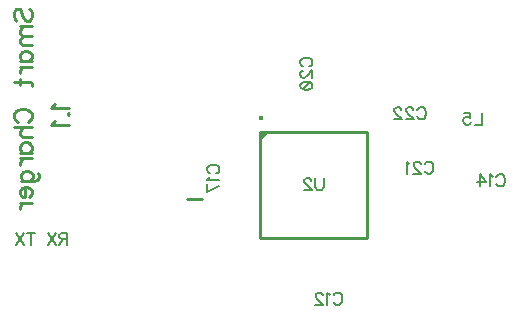
<source format=gbo>
G04 DipTrace 2.4.0.2*
%INusbcharger-bluetooth2.GBO*%
%MOIN*%
%ADD10C,0.0098*%
%ADD19C,0.0157*%
%ADD95C,0.0062*%
%ADD96C,0.0093*%
%FSLAX44Y44*%
G04*
G70*
G90*
G75*
G01*
%LNBotSilk*%
%LPD*%
X8057Y4149D2*
D10*
X8568D1*
X10517Y6403D2*
X14061D1*
Y2859D1*
X10517D1*
Y6403D1*
G36*
D2*
X10832D1*
X10517Y6088D1*
Y6403D1*
G37*
D19*
X10537Y6875D3*
X12952Y947D2*
D95*
X12971Y985D1*
X13010Y1023D1*
X13048Y1042D1*
X13124D1*
X13163Y1023D1*
X13201Y985D1*
X13220Y947D1*
X13239Y889D1*
Y794D1*
X13220Y737D1*
X13201Y698D1*
X13163Y660D1*
X13124Y641D1*
X13048D1*
X13010Y660D1*
X12971Y698D1*
X12952Y737D1*
X12829Y966D2*
X12790Y985D1*
X12733Y1042D1*
Y641D1*
X12590Y947D2*
Y966D1*
X12571Y1004D1*
X12552Y1023D1*
X12513Y1042D1*
X12437D1*
X12399Y1023D1*
X12380Y1004D1*
X12360Y966D1*
Y928D1*
X12380Y889D1*
X12418Y832D1*
X12609Y641D1*
X12341D1*
X18381Y4884D2*
X18400Y4923D1*
X18439Y4961D1*
X18477Y4980D1*
X18553D1*
X18592Y4961D1*
X18630Y4923D1*
X18649Y4884D1*
X18668Y4827D1*
Y4731D1*
X18649Y4674D1*
X18630Y4636D1*
X18592Y4598D1*
X18553Y4578D1*
X18477D1*
X18439Y4598D1*
X18400Y4636D1*
X18381Y4674D1*
X18258Y4903D2*
X18219Y4923D1*
X18162Y4980D1*
Y4578D1*
X17847D2*
Y4980D1*
X18038Y4712D1*
X17751D1*
X8839Y5020D2*
X8801Y5039D1*
X8762Y5077D1*
X8743Y5115D1*
Y5192D1*
X8762Y5230D1*
X8801Y5268D1*
X8839Y5288D1*
X8896Y5307D1*
X8992D1*
X9049Y5288D1*
X9088Y5268D1*
X9126Y5230D1*
X9145Y5192D1*
Y5115D1*
X9126Y5077D1*
X9088Y5039D1*
X9049Y5020D1*
X8820Y4896D2*
X8801Y4858D1*
X8744Y4800D1*
X9145D1*
Y4600D2*
X8744Y4409D1*
Y4677D1*
X11938Y8583D2*
X11900Y8602D1*
X11861Y8640D1*
X11842Y8678D1*
Y8755D1*
X11861Y8793D1*
X11900Y8831D1*
X11938Y8851D1*
X11995Y8870D1*
X12091D1*
X12148Y8851D1*
X12187Y8831D1*
X12225Y8793D1*
X12244Y8755D1*
Y8678D1*
X12225Y8640D1*
X12187Y8602D1*
X12148Y8583D1*
X11938Y8440D2*
X11919D1*
X11881Y8421D1*
X11862Y8402D1*
X11843Y8363D1*
Y8287D1*
X11862Y8249D1*
X11881Y8230D1*
X11919Y8210D1*
X11957D1*
X11996Y8230D1*
X12053Y8268D1*
X12244Y8459D1*
Y8191D1*
X11843Y7953D2*
X11862Y8010D1*
X11919Y8049D1*
X12015Y8068D1*
X12072D1*
X12168Y8049D1*
X12225Y8010D1*
X12244Y7953D1*
Y7915D1*
X12225Y7857D1*
X12168Y7819D1*
X12072Y7800D1*
X12015D1*
X11919Y7819D1*
X11862Y7857D1*
X11843Y7915D1*
Y7953D1*
X11919Y7819D2*
X12168Y8049D1*
X15997Y5312D2*
X16016Y5350D1*
X16054Y5389D1*
X16092Y5408D1*
X16169D1*
X16207Y5389D1*
X16245Y5350D1*
X16265Y5312D1*
X16284Y5255D1*
Y5159D1*
X16265Y5102D1*
X16245Y5063D1*
X16207Y5025D1*
X16169Y5006D1*
X16092D1*
X16054Y5025D1*
X16016Y5063D1*
X15997Y5102D1*
X15854Y5312D2*
Y5331D1*
X15835Y5369D1*
X15816Y5388D1*
X15777Y5407D1*
X15701D1*
X15663Y5388D1*
X15644Y5369D1*
X15624Y5331D1*
Y5293D1*
X15644Y5254D1*
X15682Y5197D1*
X15873Y5006D1*
X15605D1*
X15482Y5331D2*
X15443Y5350D1*
X15386Y5407D1*
Y5006D1*
X15748Y7126D2*
X15767Y7164D1*
X15805Y7203D1*
X15843Y7222D1*
X15920D1*
X15958Y7203D1*
X15996Y7164D1*
X16016Y7126D1*
X16035Y7069D1*
Y6973D1*
X16016Y6916D1*
X15996Y6877D1*
X15958Y6839D1*
X15920Y6820D1*
X15843D1*
X15805Y6839D1*
X15767Y6877D1*
X15748Y6916D1*
X15605Y7126D2*
Y7145D1*
X15586Y7183D1*
X15567Y7202D1*
X15529Y7221D1*
X15452D1*
X15414Y7202D1*
X15395Y7183D1*
X15376Y7145D1*
Y7107D1*
X15395Y7068D1*
X15433Y7011D1*
X15624Y6820D1*
X15357D1*
X15214Y7126D2*
Y7145D1*
X15195Y7183D1*
X15176Y7202D1*
X15137Y7221D1*
X15061D1*
X15023Y7202D1*
X15004Y7183D1*
X14984Y7145D1*
Y7107D1*
X15004Y7068D1*
X15042Y7011D1*
X15233Y6820D1*
X14965D1*
X17890Y7039D2*
Y6637D1*
X17661D1*
X17308Y7039D2*
X17499D1*
X17518Y6867D1*
X17499Y6886D1*
X17441Y6905D1*
X17384D1*
X17327Y6886D1*
X17288Y6848D1*
X17269Y6790D1*
Y6752D1*
X17288Y6695D1*
X17327Y6656D1*
X17384Y6637D1*
X17441D1*
X17499Y6656D1*
X17518Y6676D1*
X17537Y6714D1*
X4080Y2832D2*
X3908D1*
X3851Y2852D1*
X3831Y2871D1*
X3812Y2909D1*
Y2947D1*
X3831Y2985D1*
X3851Y3004D1*
X3908Y3024D1*
X4080D1*
Y2622D1*
X3946Y2832D2*
X3812Y2622D1*
X3689Y3024D2*
X3421Y2622D1*
Y3024D2*
X3689Y2622D1*
X2884Y3024D2*
Y2622D1*
X3017Y3024D2*
X2750D1*
X2626D2*
X2358Y2622D1*
Y3024D2*
X2626Y2622D1*
X12619Y4856D2*
Y4569D1*
X12600Y4512D1*
X12561Y4474D1*
X12504Y4454D1*
X12466D1*
X12408Y4474D1*
X12370Y4512D1*
X12351Y4569D1*
Y4856D1*
X12208Y4760D2*
Y4779D1*
X12189Y4818D1*
X12170Y4837D1*
X12131Y4856D1*
X12055D1*
X12017Y4837D1*
X11998Y4818D1*
X11978Y4779D1*
Y4741D1*
X11998Y4703D1*
X12036Y4646D1*
X12227Y4454D1*
X11959D1*
X2379Y10109D2*
D96*
X2322Y10166D1*
X2293Y10252D1*
Y10367D1*
X2322Y10453D1*
X2379Y10511D1*
X2436D1*
X2494Y10482D1*
X2522Y10453D1*
X2551Y10396D1*
X2609Y10224D1*
X2637Y10166D1*
X2666Y10138D1*
X2723Y10109D1*
X2810D1*
X2867Y10166D1*
X2896Y10252D1*
Y10367D1*
X2867Y10453D1*
X2810Y10511D1*
X2494Y9924D2*
X2896D1*
X2609D2*
X2522Y9838D1*
X2494Y9780D1*
Y9694D1*
X2522Y9637D1*
X2609Y9608D1*
X2896D1*
X2609D2*
X2522Y9522D1*
X2494Y9464D1*
Y9379D1*
X2522Y9321D1*
X2609Y9292D1*
X2896D1*
X2494Y8762D2*
X2896D1*
X2580D2*
X2522Y8819D1*
X2494Y8877D1*
Y8963D1*
X2522Y9020D1*
X2580Y9077D1*
X2666Y9106D1*
X2723D1*
X2810Y9077D1*
X2867Y9020D1*
X2896Y8963D1*
Y8877D1*
X2867Y8819D1*
X2810Y8762D1*
X2494Y8577D2*
X2896D1*
X2666D2*
X2580Y8548D1*
X2522Y8491D1*
X2494Y8433D1*
Y8347D1*
X2293Y8075D2*
X2781D1*
X2867Y8047D1*
X2896Y7989D1*
Y7932D1*
X2494Y8162D2*
Y7961D1*
X2436Y6733D2*
X2379Y6762D1*
X2322Y6819D1*
X2293Y6876D1*
Y6991D1*
X2322Y7049D1*
X2379Y7106D1*
X2436Y7135D1*
X2522Y7164D1*
X2666D1*
X2752Y7135D1*
X2810Y7106D1*
X2867Y7049D1*
X2896Y6991D1*
Y6876D1*
X2867Y6819D1*
X2810Y6762D1*
X2752Y6733D1*
X2293Y6548D2*
X2896D1*
X2609D2*
X2522Y6462D1*
X2494Y6404D1*
Y6318D1*
X2522Y6261D1*
X2609Y6232D1*
X2896D1*
X2494Y5703D2*
X2896D1*
X2580D2*
X2522Y5760D1*
X2494Y5817D1*
Y5903D1*
X2522Y5961D1*
X2580Y6018D1*
X2666Y6047D1*
X2723D1*
X2810Y6018D1*
X2867Y5961D1*
X2896Y5903D1*
Y5817D1*
X2867Y5760D1*
X2810Y5703D1*
X2494Y5517D2*
X2896D1*
X2666D2*
X2580Y5488D1*
X2522Y5431D1*
X2494Y5373D1*
Y5287D1*
X2522Y4758D2*
X2982D1*
X3068Y4786D1*
X3097Y4815D1*
X3125Y4872D1*
Y4959D1*
X3097Y5016D1*
X2609Y4758D2*
X2552Y4815D1*
X2522Y4872D1*
Y4959D1*
X2552Y5016D1*
X2609Y5073D1*
X2695Y5102D1*
X2753D1*
X2838Y5073D1*
X2896Y5016D1*
X2924Y4959D1*
Y4872D1*
X2896Y4815D1*
X2838Y4758D1*
X2666Y4572D2*
Y4228D1*
X2609D1*
X2551Y4257D1*
X2522Y4285D1*
X2494Y4343D1*
Y4429D1*
X2522Y4486D1*
X2580Y4544D1*
X2666Y4572D1*
X2723D1*
X2810Y4544D1*
X2867Y4486D1*
X2896Y4429D1*
Y4343D1*
X2867Y4285D1*
X2810Y4228D1*
X2494Y4043D2*
X2896D1*
X2666D2*
X2580Y4014D1*
X2522Y3957D1*
X2494Y3899D1*
Y3813D1*
X3659Y7342D2*
X3629Y7284D1*
X3544Y7198D1*
X4146D1*
X4088Y6984D2*
X4117Y7013D1*
X4146Y6984D1*
X4117Y6955D1*
X4088Y6984D1*
X3659Y6770D2*
X3629Y6712D1*
X3544Y6626D1*
X4146D1*
M02*

</source>
